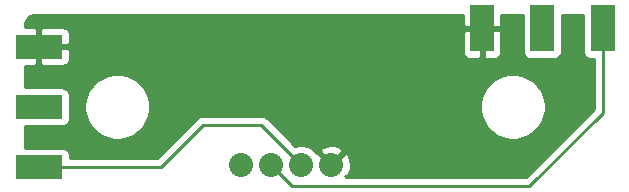
<source format=gbr>
G04 #@! TF.GenerationSoftware,KiCad,Pcbnew,(5.1.6)-1*
G04 #@! TF.CreationDate,2020-08-07T10:27:50-05:00*
G04 #@! TF.ProjectId,MZBOT_XY-Endstop,4d5a424f-545f-4585-992d-456e6473746f,A*
G04 #@! TF.SameCoordinates,Original*
G04 #@! TF.FileFunction,Copper,L1,Top*
G04 #@! TF.FilePolarity,Positive*
%FSLAX46Y46*%
G04 Gerber Fmt 4.6, Leading zero omitted, Abs format (unit mm)*
G04 Created by KiCad (PCBNEW (5.1.6)-1) date 2020-08-07 10:27:50*
%MOMM*%
%LPD*%
G01*
G04 APERTURE LIST*
G04 #@! TA.AperFunction,ConnectorPad*
%ADD10R,4.000000X2.000000*%
G04 #@! TD*
G04 #@! TA.AperFunction,ConnectorPad*
%ADD11R,2.000000X4.000000*%
G04 #@! TD*
G04 #@! TA.AperFunction,ComponentPad*
%ADD12C,2.032000*%
G04 #@! TD*
G04 #@! TA.AperFunction,Conductor*
%ADD13C,0.254000*%
G04 #@! TD*
G04 APERTURE END LIST*
D10*
X127850000Y-56400000D03*
X127850000Y-61500000D03*
X127850000Y-66600000D03*
D11*
X175600000Y-54850000D03*
X170500000Y-54850000D03*
X165400000Y-54850000D03*
D12*
X145000000Y-66400000D03*
X147540000Y-66400000D03*
X150080000Y-66400000D03*
X152620000Y-66400000D03*
D13*
X165400000Y-54850000D02*
X165400000Y-56500000D01*
X148400000Y-67260000D02*
X147540000Y-66400000D01*
X175600000Y-62000000D02*
X175600000Y-54850000D01*
X169400000Y-68200000D02*
X175600000Y-62000000D01*
X147540000Y-66400000D02*
X149340000Y-68200000D01*
X149340000Y-68200000D02*
X169400000Y-68200000D01*
X146680000Y-63000000D02*
X150080000Y-66400000D01*
X141800000Y-63000000D02*
X146680000Y-63000000D01*
X126650000Y-66600000D02*
X138200000Y-66600000D01*
X138200000Y-66600000D02*
X141800000Y-63000000D01*
G36*
X163765000Y-54564250D02*
G01*
X163923750Y-54723000D01*
X165273000Y-54723000D01*
X165273000Y-53710000D01*
X165527000Y-53710000D01*
X165527000Y-54723000D01*
X166876250Y-54723000D01*
X167035000Y-54564250D01*
X167036531Y-53710000D01*
X168861928Y-53710000D01*
X168861928Y-56850000D01*
X168874188Y-56974482D01*
X168910498Y-57094180D01*
X168969463Y-57204494D01*
X169048815Y-57301185D01*
X169145506Y-57380537D01*
X169255820Y-57439502D01*
X169375518Y-57475812D01*
X169500000Y-57488072D01*
X171500000Y-57488072D01*
X171624482Y-57475812D01*
X171744180Y-57439502D01*
X171854494Y-57380537D01*
X171951185Y-57301185D01*
X172030537Y-57204494D01*
X172089502Y-57094180D01*
X172125812Y-56974482D01*
X172138072Y-56850000D01*
X172138072Y-53710000D01*
X173961928Y-53710000D01*
X173961928Y-56850000D01*
X173974188Y-56974482D01*
X174010498Y-57094180D01*
X174069463Y-57204494D01*
X174148815Y-57301185D01*
X174245506Y-57380537D01*
X174355820Y-57439502D01*
X174475518Y-57475812D01*
X174600000Y-57488072D01*
X174838001Y-57488072D01*
X174838000Y-61684369D01*
X169084370Y-67438000D01*
X153837607Y-67438000D01*
X153766825Y-67367217D01*
X154032860Y-67269522D01*
X154175348Y-66977179D01*
X154258064Y-66662656D01*
X154277831Y-66338038D01*
X154233888Y-66015802D01*
X154127924Y-65708330D01*
X154032860Y-65530478D01*
X153766823Y-65432782D01*
X152799605Y-66400000D01*
X152813748Y-66414143D01*
X152634143Y-66593748D01*
X152620000Y-66579605D01*
X152605858Y-66593748D01*
X152426253Y-66414143D01*
X152440395Y-66400000D01*
X151473177Y-65432782D01*
X151429968Y-65448649D01*
X151362415Y-65347549D01*
X151268043Y-65253177D01*
X151652782Y-65253177D01*
X152620000Y-66220395D01*
X153587218Y-65253177D01*
X153489522Y-64987140D01*
X153197179Y-64844652D01*
X152882656Y-64761936D01*
X152558038Y-64742169D01*
X152235802Y-64786112D01*
X151928330Y-64892076D01*
X151750478Y-64987140D01*
X151652782Y-65253177D01*
X151268043Y-65253177D01*
X151132451Y-65117585D01*
X150862042Y-64936903D01*
X150561579Y-64812447D01*
X150242609Y-64749000D01*
X149917391Y-64749000D01*
X149598421Y-64812447D01*
X149578379Y-64820749D01*
X147245284Y-62487654D01*
X147221422Y-62458578D01*
X147105392Y-62363355D01*
X146973015Y-62292598D01*
X146829378Y-62249026D01*
X146717426Y-62238000D01*
X146717423Y-62238000D01*
X146680000Y-62234314D01*
X146642577Y-62238000D01*
X141837423Y-62238000D01*
X141800000Y-62234314D01*
X141762577Y-62238000D01*
X141762574Y-62238000D01*
X141650622Y-62249026D01*
X141506985Y-62292598D01*
X141470024Y-62312354D01*
X141374607Y-62363355D01*
X141299017Y-62425391D01*
X141258578Y-62458578D01*
X141234721Y-62487648D01*
X137884370Y-65838000D01*
X130488072Y-65838000D01*
X130488072Y-65600000D01*
X130475812Y-65475518D01*
X130439502Y-65355820D01*
X130380537Y-65245506D01*
X130301185Y-65148815D01*
X130204494Y-65069463D01*
X130094180Y-65010498D01*
X129974482Y-64974188D01*
X129850000Y-64961928D01*
X126710000Y-64961928D01*
X126710000Y-63138072D01*
X129850000Y-63138072D01*
X129974482Y-63125812D01*
X130094180Y-63089502D01*
X130204494Y-63030537D01*
X130301185Y-62951185D01*
X130380537Y-62854494D01*
X130439502Y-62744180D01*
X130475812Y-62624482D01*
X130488072Y-62500000D01*
X130488072Y-61225701D01*
X131715000Y-61225701D01*
X131715000Y-61774299D01*
X131822026Y-62312354D01*
X132031965Y-62819192D01*
X132336750Y-63275334D01*
X132724666Y-63663250D01*
X133180808Y-63968035D01*
X133687646Y-64177974D01*
X134225701Y-64285000D01*
X134774299Y-64285000D01*
X135312354Y-64177974D01*
X135819192Y-63968035D01*
X136275334Y-63663250D01*
X136663250Y-63275334D01*
X136968035Y-62819192D01*
X137177974Y-62312354D01*
X137285000Y-61774299D01*
X137285000Y-61225701D01*
X165215000Y-61225701D01*
X165215000Y-61774299D01*
X165322026Y-62312354D01*
X165531965Y-62819192D01*
X165836750Y-63275334D01*
X166224666Y-63663250D01*
X166680808Y-63968035D01*
X167187646Y-64177974D01*
X167725701Y-64285000D01*
X168274299Y-64285000D01*
X168812354Y-64177974D01*
X169319192Y-63968035D01*
X169775334Y-63663250D01*
X170163250Y-63275334D01*
X170468035Y-62819192D01*
X170677974Y-62312354D01*
X170785000Y-61774299D01*
X170785000Y-61225701D01*
X170677974Y-60687646D01*
X170468035Y-60180808D01*
X170163250Y-59724666D01*
X169775334Y-59336750D01*
X169319192Y-59031965D01*
X168812354Y-58822026D01*
X168274299Y-58715000D01*
X167725701Y-58715000D01*
X167187646Y-58822026D01*
X166680808Y-59031965D01*
X166224666Y-59336750D01*
X165836750Y-59724666D01*
X165531965Y-60180808D01*
X165322026Y-60687646D01*
X165215000Y-61225701D01*
X137285000Y-61225701D01*
X137177974Y-60687646D01*
X136968035Y-60180808D01*
X136663250Y-59724666D01*
X136275334Y-59336750D01*
X135819192Y-59031965D01*
X135312354Y-58822026D01*
X134774299Y-58715000D01*
X134225701Y-58715000D01*
X133687646Y-58822026D01*
X133180808Y-59031965D01*
X132724666Y-59336750D01*
X132336750Y-59724666D01*
X132031965Y-60180808D01*
X131822026Y-60687646D01*
X131715000Y-61225701D01*
X130488072Y-61225701D01*
X130488072Y-60500000D01*
X130475812Y-60375518D01*
X130439502Y-60255820D01*
X130380537Y-60145506D01*
X130301185Y-60048815D01*
X130204494Y-59969463D01*
X130094180Y-59910498D01*
X129974482Y-59874188D01*
X129850000Y-59861928D01*
X126710000Y-59861928D01*
X126710000Y-58036531D01*
X127564250Y-58035000D01*
X127723000Y-57876250D01*
X127723000Y-56527000D01*
X127977000Y-56527000D01*
X127977000Y-57876250D01*
X128135750Y-58035000D01*
X129850000Y-58038072D01*
X129974482Y-58025812D01*
X130094180Y-57989502D01*
X130204494Y-57930537D01*
X130301185Y-57851185D01*
X130380537Y-57754494D01*
X130439502Y-57644180D01*
X130475812Y-57524482D01*
X130488072Y-57400000D01*
X130485707Y-56850000D01*
X163761928Y-56850000D01*
X163774188Y-56974482D01*
X163810498Y-57094180D01*
X163869463Y-57204494D01*
X163948815Y-57301185D01*
X164045506Y-57380537D01*
X164155820Y-57439502D01*
X164275518Y-57475812D01*
X164400000Y-57488072D01*
X165114250Y-57485000D01*
X165273000Y-57326250D01*
X165273000Y-54977000D01*
X165527000Y-54977000D01*
X165527000Y-57326250D01*
X165685750Y-57485000D01*
X166400000Y-57488072D01*
X166524482Y-57475812D01*
X166644180Y-57439502D01*
X166754494Y-57380537D01*
X166851185Y-57301185D01*
X166930537Y-57204494D01*
X166989502Y-57094180D01*
X167025812Y-56974482D01*
X167038072Y-56850000D01*
X167035000Y-55135750D01*
X166876250Y-54977000D01*
X165527000Y-54977000D01*
X165273000Y-54977000D01*
X163923750Y-54977000D01*
X163765000Y-55135750D01*
X163761928Y-56850000D01*
X130485707Y-56850000D01*
X130485000Y-56685750D01*
X130326250Y-56527000D01*
X127977000Y-56527000D01*
X127723000Y-56527000D01*
X126710000Y-56527000D01*
X126710000Y-56273000D01*
X127723000Y-56273000D01*
X127723000Y-54923750D01*
X127977000Y-54923750D01*
X127977000Y-56273000D01*
X130326250Y-56273000D01*
X130485000Y-56114250D01*
X130488072Y-55400000D01*
X130475812Y-55275518D01*
X130439502Y-55155820D01*
X130380537Y-55045506D01*
X130301185Y-54948815D01*
X130204494Y-54869463D01*
X130094180Y-54810498D01*
X129974482Y-54774188D01*
X129850000Y-54761928D01*
X128135750Y-54765000D01*
X127977000Y-54923750D01*
X127723000Y-54923750D01*
X127564250Y-54765000D01*
X126710000Y-54763469D01*
X126710000Y-54534729D01*
X126728386Y-54347215D01*
X126772757Y-54200252D01*
X126844829Y-54064703D01*
X126941852Y-53945742D01*
X127060144Y-53847882D01*
X127195181Y-53774868D01*
X127341833Y-53729471D01*
X127527092Y-53710000D01*
X163763469Y-53710000D01*
X163765000Y-54564250D01*
G37*
X163765000Y-54564250D02*
X163923750Y-54723000D01*
X165273000Y-54723000D01*
X165273000Y-53710000D01*
X165527000Y-53710000D01*
X165527000Y-54723000D01*
X166876250Y-54723000D01*
X167035000Y-54564250D01*
X167036531Y-53710000D01*
X168861928Y-53710000D01*
X168861928Y-56850000D01*
X168874188Y-56974482D01*
X168910498Y-57094180D01*
X168969463Y-57204494D01*
X169048815Y-57301185D01*
X169145506Y-57380537D01*
X169255820Y-57439502D01*
X169375518Y-57475812D01*
X169500000Y-57488072D01*
X171500000Y-57488072D01*
X171624482Y-57475812D01*
X171744180Y-57439502D01*
X171854494Y-57380537D01*
X171951185Y-57301185D01*
X172030537Y-57204494D01*
X172089502Y-57094180D01*
X172125812Y-56974482D01*
X172138072Y-56850000D01*
X172138072Y-53710000D01*
X173961928Y-53710000D01*
X173961928Y-56850000D01*
X173974188Y-56974482D01*
X174010498Y-57094180D01*
X174069463Y-57204494D01*
X174148815Y-57301185D01*
X174245506Y-57380537D01*
X174355820Y-57439502D01*
X174475518Y-57475812D01*
X174600000Y-57488072D01*
X174838001Y-57488072D01*
X174838000Y-61684369D01*
X169084370Y-67438000D01*
X153837607Y-67438000D01*
X153766825Y-67367217D01*
X154032860Y-67269522D01*
X154175348Y-66977179D01*
X154258064Y-66662656D01*
X154277831Y-66338038D01*
X154233888Y-66015802D01*
X154127924Y-65708330D01*
X154032860Y-65530478D01*
X153766823Y-65432782D01*
X152799605Y-66400000D01*
X152813748Y-66414143D01*
X152634143Y-66593748D01*
X152620000Y-66579605D01*
X152605858Y-66593748D01*
X152426253Y-66414143D01*
X152440395Y-66400000D01*
X151473177Y-65432782D01*
X151429968Y-65448649D01*
X151362415Y-65347549D01*
X151268043Y-65253177D01*
X151652782Y-65253177D01*
X152620000Y-66220395D01*
X153587218Y-65253177D01*
X153489522Y-64987140D01*
X153197179Y-64844652D01*
X152882656Y-64761936D01*
X152558038Y-64742169D01*
X152235802Y-64786112D01*
X151928330Y-64892076D01*
X151750478Y-64987140D01*
X151652782Y-65253177D01*
X151268043Y-65253177D01*
X151132451Y-65117585D01*
X150862042Y-64936903D01*
X150561579Y-64812447D01*
X150242609Y-64749000D01*
X149917391Y-64749000D01*
X149598421Y-64812447D01*
X149578379Y-64820749D01*
X147245284Y-62487654D01*
X147221422Y-62458578D01*
X147105392Y-62363355D01*
X146973015Y-62292598D01*
X146829378Y-62249026D01*
X146717426Y-62238000D01*
X146717423Y-62238000D01*
X146680000Y-62234314D01*
X146642577Y-62238000D01*
X141837423Y-62238000D01*
X141800000Y-62234314D01*
X141762577Y-62238000D01*
X141762574Y-62238000D01*
X141650622Y-62249026D01*
X141506985Y-62292598D01*
X141470024Y-62312354D01*
X141374607Y-62363355D01*
X141299017Y-62425391D01*
X141258578Y-62458578D01*
X141234721Y-62487648D01*
X137884370Y-65838000D01*
X130488072Y-65838000D01*
X130488072Y-65600000D01*
X130475812Y-65475518D01*
X130439502Y-65355820D01*
X130380537Y-65245506D01*
X130301185Y-65148815D01*
X130204494Y-65069463D01*
X130094180Y-65010498D01*
X129974482Y-64974188D01*
X129850000Y-64961928D01*
X126710000Y-64961928D01*
X126710000Y-63138072D01*
X129850000Y-63138072D01*
X129974482Y-63125812D01*
X130094180Y-63089502D01*
X130204494Y-63030537D01*
X130301185Y-62951185D01*
X130380537Y-62854494D01*
X130439502Y-62744180D01*
X130475812Y-62624482D01*
X130488072Y-62500000D01*
X130488072Y-61225701D01*
X131715000Y-61225701D01*
X131715000Y-61774299D01*
X131822026Y-62312354D01*
X132031965Y-62819192D01*
X132336750Y-63275334D01*
X132724666Y-63663250D01*
X133180808Y-63968035D01*
X133687646Y-64177974D01*
X134225701Y-64285000D01*
X134774299Y-64285000D01*
X135312354Y-64177974D01*
X135819192Y-63968035D01*
X136275334Y-63663250D01*
X136663250Y-63275334D01*
X136968035Y-62819192D01*
X137177974Y-62312354D01*
X137285000Y-61774299D01*
X137285000Y-61225701D01*
X165215000Y-61225701D01*
X165215000Y-61774299D01*
X165322026Y-62312354D01*
X165531965Y-62819192D01*
X165836750Y-63275334D01*
X166224666Y-63663250D01*
X166680808Y-63968035D01*
X167187646Y-64177974D01*
X167725701Y-64285000D01*
X168274299Y-64285000D01*
X168812354Y-64177974D01*
X169319192Y-63968035D01*
X169775334Y-63663250D01*
X170163250Y-63275334D01*
X170468035Y-62819192D01*
X170677974Y-62312354D01*
X170785000Y-61774299D01*
X170785000Y-61225701D01*
X170677974Y-60687646D01*
X170468035Y-60180808D01*
X170163250Y-59724666D01*
X169775334Y-59336750D01*
X169319192Y-59031965D01*
X168812354Y-58822026D01*
X168274299Y-58715000D01*
X167725701Y-58715000D01*
X167187646Y-58822026D01*
X166680808Y-59031965D01*
X166224666Y-59336750D01*
X165836750Y-59724666D01*
X165531965Y-60180808D01*
X165322026Y-60687646D01*
X165215000Y-61225701D01*
X137285000Y-61225701D01*
X137177974Y-60687646D01*
X136968035Y-60180808D01*
X136663250Y-59724666D01*
X136275334Y-59336750D01*
X135819192Y-59031965D01*
X135312354Y-58822026D01*
X134774299Y-58715000D01*
X134225701Y-58715000D01*
X133687646Y-58822026D01*
X133180808Y-59031965D01*
X132724666Y-59336750D01*
X132336750Y-59724666D01*
X132031965Y-60180808D01*
X131822026Y-60687646D01*
X131715000Y-61225701D01*
X130488072Y-61225701D01*
X130488072Y-60500000D01*
X130475812Y-60375518D01*
X130439502Y-60255820D01*
X130380537Y-60145506D01*
X130301185Y-60048815D01*
X130204494Y-59969463D01*
X130094180Y-59910498D01*
X129974482Y-59874188D01*
X129850000Y-59861928D01*
X126710000Y-59861928D01*
X126710000Y-58036531D01*
X127564250Y-58035000D01*
X127723000Y-57876250D01*
X127723000Y-56527000D01*
X127977000Y-56527000D01*
X127977000Y-57876250D01*
X128135750Y-58035000D01*
X129850000Y-58038072D01*
X129974482Y-58025812D01*
X130094180Y-57989502D01*
X130204494Y-57930537D01*
X130301185Y-57851185D01*
X130380537Y-57754494D01*
X130439502Y-57644180D01*
X130475812Y-57524482D01*
X130488072Y-57400000D01*
X130485707Y-56850000D01*
X163761928Y-56850000D01*
X163774188Y-56974482D01*
X163810498Y-57094180D01*
X163869463Y-57204494D01*
X163948815Y-57301185D01*
X164045506Y-57380537D01*
X164155820Y-57439502D01*
X164275518Y-57475812D01*
X164400000Y-57488072D01*
X165114250Y-57485000D01*
X165273000Y-57326250D01*
X165273000Y-54977000D01*
X165527000Y-54977000D01*
X165527000Y-57326250D01*
X165685750Y-57485000D01*
X166400000Y-57488072D01*
X166524482Y-57475812D01*
X166644180Y-57439502D01*
X166754494Y-57380537D01*
X166851185Y-57301185D01*
X166930537Y-57204494D01*
X166989502Y-57094180D01*
X167025812Y-56974482D01*
X167038072Y-56850000D01*
X167035000Y-55135750D01*
X166876250Y-54977000D01*
X165527000Y-54977000D01*
X165273000Y-54977000D01*
X163923750Y-54977000D01*
X163765000Y-55135750D01*
X163761928Y-56850000D01*
X130485707Y-56850000D01*
X130485000Y-56685750D01*
X130326250Y-56527000D01*
X127977000Y-56527000D01*
X127723000Y-56527000D01*
X126710000Y-56527000D01*
X126710000Y-56273000D01*
X127723000Y-56273000D01*
X127723000Y-54923750D01*
X127977000Y-54923750D01*
X127977000Y-56273000D01*
X130326250Y-56273000D01*
X130485000Y-56114250D01*
X130488072Y-55400000D01*
X130475812Y-55275518D01*
X130439502Y-55155820D01*
X130380537Y-55045506D01*
X130301185Y-54948815D01*
X130204494Y-54869463D01*
X130094180Y-54810498D01*
X129974482Y-54774188D01*
X129850000Y-54761928D01*
X128135750Y-54765000D01*
X127977000Y-54923750D01*
X127723000Y-54923750D01*
X127564250Y-54765000D01*
X126710000Y-54763469D01*
X126710000Y-54534729D01*
X126728386Y-54347215D01*
X126772757Y-54200252D01*
X126844829Y-54064703D01*
X126941852Y-53945742D01*
X127060144Y-53847882D01*
X127195181Y-53774868D01*
X127341833Y-53729471D01*
X127527092Y-53710000D01*
X163763469Y-53710000D01*
X163765000Y-54564250D01*
M02*

</source>
